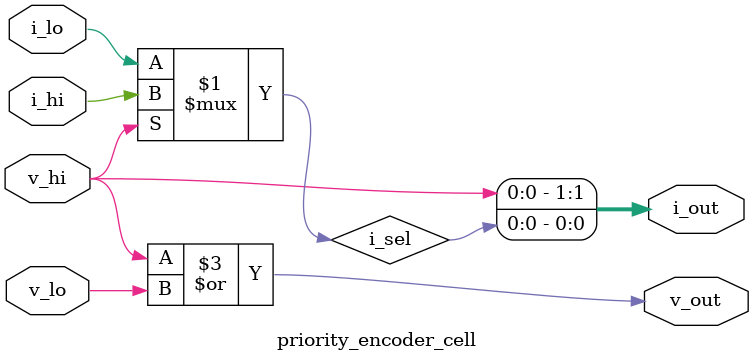
<source format=v>
module priority_encoder_cell #(
    parameter IDX_WIDTH = 1
)(
    input  wire                 v_hi,   // Valid dari sisi kiri
    input  wire [IDX_WIDTH-1:0] i_hi,   // Index dari sisi kiri
    input  wire                 v_lo,   // Valid dari sisi kanan
    input  wire [IDX_WIDTH-1:0] i_lo,   // Index dari sisi kanan
    output reg                  v_out,  // Valid gabungan
    output reg  [IDX_WIDTH:0]   i_out   // Index gabungan (bertambah 1 bit)
);
    wire [IDX_WIDTH-1:0] i_sel = v_hi ? i_hi : i_lo;
    always @(*) begin
        v_out = v_hi | v_lo;
        i_out = {v_hi, i_sel};
    end
endmodule
</source>
